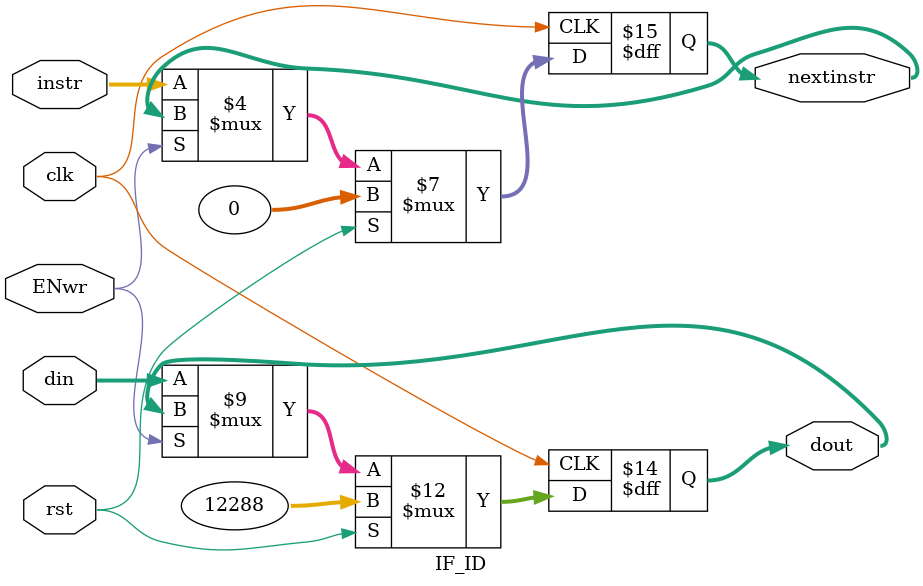
<source format=v>
module IF_ID(din,instr,dout,nextinstr,clk,rst,ENwr);
	input clk,rst,ENwr;
	input[31:0] din,instr;
	output [31:0] dout,nextinstr;
	reg [31:0] dout,nextinstr;
	initial begin
		dout =  32'h3000;
		nextinstr = 32'b0;
	end
	always @ (negedge clk)begin
		if (rst) begin
			dout <= 32'h3000;
			nextinstr<=32'b0;
		end
		else if(!ENwr) begin
			dout <= din;
			nextinstr <= instr;
		end
	end
endmodule

</source>
